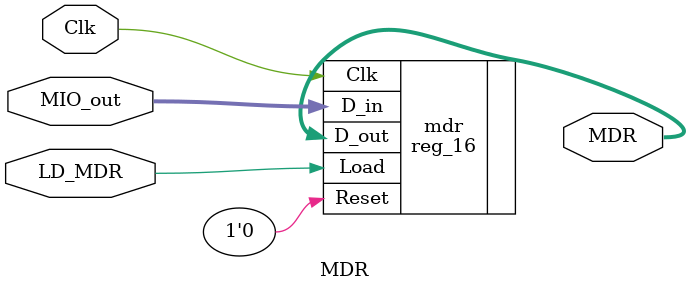
<source format=sv>
module MDR(input logic Clk, LD_MDR, 
					input logic [15:0] MIO_out,
					output logic [15:0] MDR
);

reg_16 mdr(.Clk, .Reset(1'b0), .Load(LD_MDR), .D_in(MIO_out), .D_out(MDR));


endmodule

</source>
